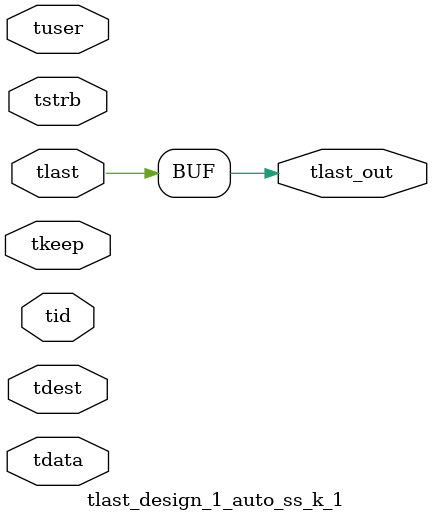
<source format=v>


`timescale 1ps/1ps

module tlast_design_1_auto_ss_k_1 #
(
parameter C_S_AXIS_TID_WIDTH   = 1,
parameter C_S_AXIS_TUSER_WIDTH = 0,
parameter C_S_AXIS_TDATA_WIDTH = 0,
parameter C_S_AXIS_TDEST_WIDTH = 0
)
(
input  [(C_S_AXIS_TID_WIDTH   == 0 ? 1 : C_S_AXIS_TID_WIDTH)-1:0       ] tid,
input  [(C_S_AXIS_TDATA_WIDTH == 0 ? 1 : C_S_AXIS_TDATA_WIDTH)-1:0     ] tdata,
input  [(C_S_AXIS_TUSER_WIDTH == 0 ? 1 : C_S_AXIS_TUSER_WIDTH)-1:0     ] tuser,
input  [(C_S_AXIS_TDEST_WIDTH == 0 ? 1 : C_S_AXIS_TDEST_WIDTH)-1:0     ] tdest,
input  [(C_S_AXIS_TDATA_WIDTH/8)-1:0 ] tkeep,
input  [(C_S_AXIS_TDATA_WIDTH/8)-1:0 ] tstrb,
input  [0:0]                                                             tlast,
output                                                                   tlast_out
);

assign tlast_out = {tlast};

endmodule


</source>
